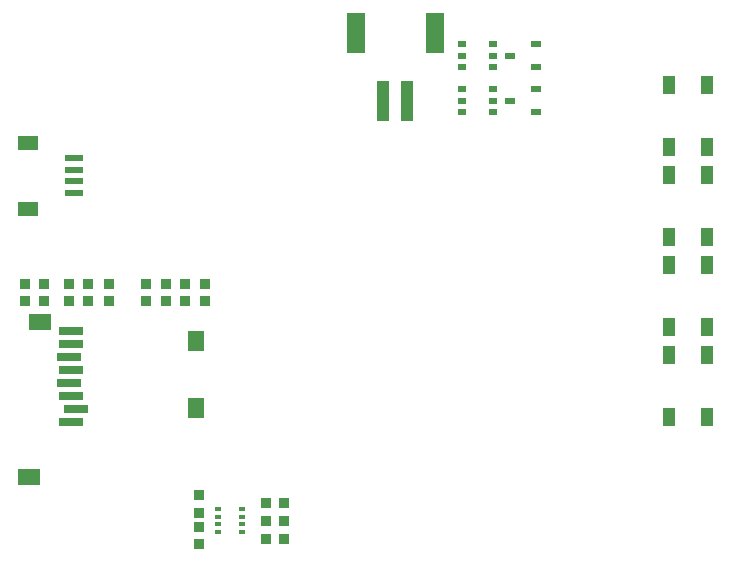
<source format=gbr>
%TF.GenerationSoftware,KiCad,Pcbnew,7.0.8*%
%TF.CreationDate,2023-11-01T10:58:09-04:00*%
%TF.ProjectId,destinationWeatherStation_r4-5,64657374-696e-4617-9469-6f6e57656174,4.5*%
%TF.SameCoordinates,Original*%
%TF.FileFunction,Paste,Top*%
%TF.FilePolarity,Positive*%
%FSLAX46Y46*%
G04 Gerber Fmt 4.6, Leading zero omitted, Abs format (unit mm)*
G04 Created by KiCad (PCBNEW 7.0.8) date 2023-11-01 10:58:09*
%MOMM*%
%LPD*%
G01*
G04 APERTURE LIST*
%ADD10R,1.000000X1.550000*%
%ADD11R,0.826000X0.609000*%
%ADD12R,0.970000X0.871000*%
%ADD13R,1.500000X3.400000*%
%ADD14R,1.000000X3.500000*%
%ADD15R,0.706000X0.567000*%
%ADD16R,2.000000X0.800000*%
%ADD17R,1.400000X1.800000*%
%ADD18R,1.900000X1.400000*%
%ADD19R,0.820000X0.929000*%
%ADD20R,0.929000X0.820000*%
%ADD21R,1.800000X1.200000*%
%ADD22R,1.550000X0.600000*%
%ADD23R,0.500000X0.350000*%
G04 APERTURE END LIST*
D10*
%TO.C,SW5*%
X173685000Y-102785000D03*
X173685000Y-108035000D03*
X170485000Y-102785000D03*
X170485000Y-108035000D03*
%TD*%
%TO.C,SW3*%
X173685000Y-87545000D03*
X173685000Y-92795000D03*
X170485000Y-87545000D03*
X170485000Y-92795000D03*
%TD*%
%TO.C,SW2*%
X173685000Y-79925000D03*
X173685000Y-85175000D03*
X170485000Y-79925000D03*
X170485000Y-85175000D03*
%TD*%
D11*
%TO.C,Q2*%
X159228000Y-78420000D03*
X159228000Y-76520000D03*
X157002000Y-77470000D03*
%TD*%
D12*
%TO.C,C2*%
X130683000Y-117360000D03*
X130683000Y-118860000D03*
%TD*%
D13*
%TO.C,J1*%
X150670000Y-75586000D03*
X143970000Y-75586000D03*
D14*
X148320000Y-81336000D03*
X146320000Y-81336000D03*
%TD*%
D15*
%TO.C,Q4*%
X155608000Y-78420000D03*
X155608000Y-77470000D03*
X155608000Y-76520000D03*
X153002000Y-76520000D03*
X153002000Y-77470000D03*
X153002000Y-78420000D03*
%TD*%
D16*
%TO.C,J2*%
X119879000Y-108505000D03*
X120279000Y-107405000D03*
X119879000Y-106305000D03*
X119679000Y-105205000D03*
X119879000Y-104105000D03*
X119679000Y-103005000D03*
X119879000Y-101905000D03*
X119879000Y-100805000D03*
D17*
X130429000Y-101615000D03*
X130429000Y-107315000D03*
D18*
X117279000Y-100015000D03*
X116279000Y-113165000D03*
%TD*%
D10*
%TO.C,SW4*%
X173685000Y-95165000D03*
X173685000Y-100415000D03*
X170485000Y-95165000D03*
X170485000Y-100415000D03*
%TD*%
D19*
%TO.C,R10*%
X137910000Y-118364000D03*
X136400000Y-118364000D03*
%TD*%
D20*
%TO.C,R5*%
X127889000Y-96781000D03*
X127889000Y-98291000D03*
%TD*%
D12*
%TO.C,C4*%
X117602000Y-98286000D03*
X117602000Y-96786000D03*
%TD*%
D20*
%TO.C,R3*%
X121343000Y-96781000D03*
X121343000Y-98291000D03*
%TD*%
D21*
%TO.C,J3*%
X116235000Y-84830000D03*
X116235000Y-90430000D03*
D22*
X120110000Y-86130000D03*
X120110000Y-87130000D03*
X120110000Y-88130000D03*
X120110000Y-89130000D03*
%TD*%
D20*
%TO.C,R1*%
X131191000Y-96781000D03*
X131191000Y-98291000D03*
%TD*%
D23*
%TO.C,U2*%
X134375000Y-115865000D03*
X134375000Y-116515000D03*
X134375000Y-117165000D03*
X134375000Y-117815000D03*
X132325000Y-117815000D03*
X132325000Y-117165000D03*
X132325000Y-116515000D03*
X132325000Y-115865000D03*
%TD*%
D11*
%TO.C,Q1*%
X159228000Y-82230000D03*
X159228000Y-80330000D03*
X157002000Y-81280000D03*
%TD*%
D20*
%TO.C,R2*%
X119692000Y-96781000D03*
X119692000Y-98291000D03*
%TD*%
D19*
%TO.C,R9*%
X137920000Y-116840000D03*
X136410000Y-116840000D03*
%TD*%
D20*
%TO.C,R6*%
X126238000Y-96781000D03*
X126238000Y-98291000D03*
%TD*%
%TO.C,R7*%
X129540000Y-96781000D03*
X129540000Y-98291000D03*
%TD*%
D19*
%TO.C,R8*%
X137920000Y-115316000D03*
X136410000Y-115316000D03*
%TD*%
D12*
%TO.C,C1*%
X130683000Y-114693000D03*
X130683000Y-116193000D03*
%TD*%
D20*
%TO.C,R4*%
X123063000Y-96781000D03*
X123063000Y-98291000D03*
%TD*%
D12*
%TO.C,C3*%
X115951000Y-98286000D03*
X115951000Y-96786000D03*
%TD*%
D15*
%TO.C,Q3*%
X155608000Y-82230000D03*
X155608000Y-81280000D03*
X155608000Y-80330000D03*
X153002000Y-80330000D03*
X153002000Y-81280000D03*
X153002000Y-82230000D03*
%TD*%
M02*

</source>
